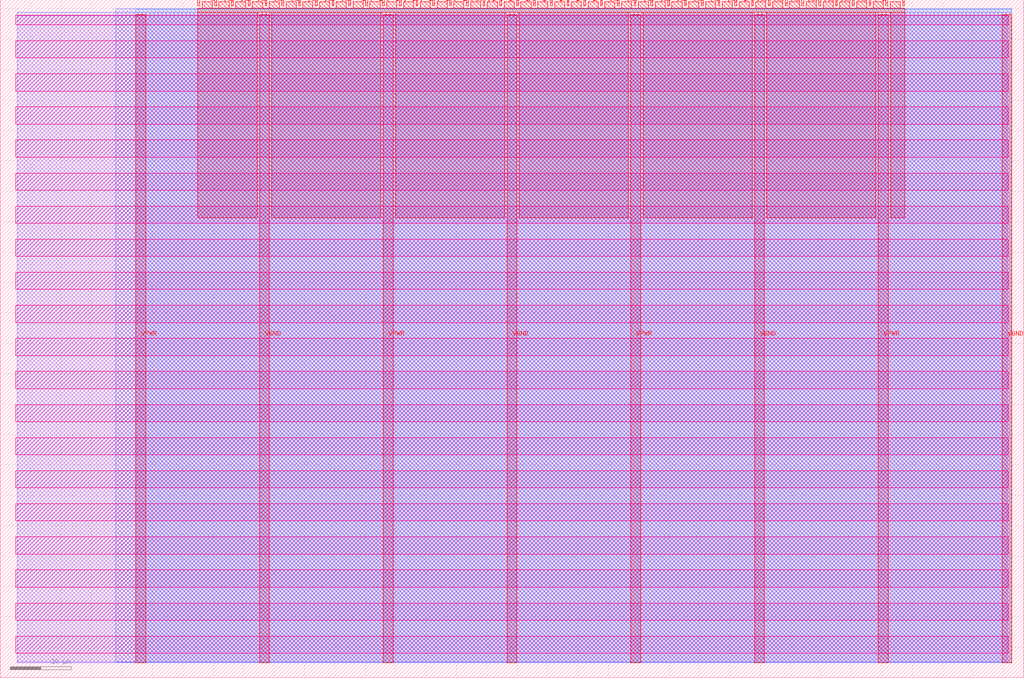
<source format=lef>
VERSION 5.7 ;
  NOWIREEXTENSIONATPIN ON ;
  DIVIDERCHAR "/" ;
  BUSBITCHARS "[]" ;
MACRO tt_um_jleugeri_ticktocktokens
  CLASS BLOCK ;
  FOREIGN tt_um_jleugeri_ticktocktokens ;
  ORIGIN 0.000 0.000 ;
  SIZE 168.360 BY 111.520 ;
  PIN VGND
    DIRECTION INOUT ;
    USE GROUND ;
    PORT
      LAYER met4 ;
        RECT 42.670 2.480 44.270 109.040 ;
    END
    PORT
      LAYER met4 ;
        RECT 83.380 2.480 84.980 109.040 ;
    END
    PORT
      LAYER met4 ;
        RECT 124.090 2.480 125.690 109.040 ;
    END
    PORT
      LAYER met4 ;
        RECT 164.800 2.480 166.400 109.040 ;
    END
  END VGND
  PIN VPWR
    DIRECTION INOUT ;
    USE POWER ;
    PORT
      LAYER met4 ;
        RECT 22.315 2.480 23.915 109.040 ;
    END
    PORT
      LAYER met4 ;
        RECT 63.025 2.480 64.625 109.040 ;
    END
    PORT
      LAYER met4 ;
        RECT 103.735 2.480 105.335 109.040 ;
    END
    PORT
      LAYER met4 ;
        RECT 144.445 2.480 146.045 109.040 ;
    END
  END VPWR
  PIN clk
    DIRECTION INPUT ;
    USE SIGNAL ;
    ANTENNAGATEAREA 0.852000 ;
    PORT
      LAYER met4 ;
        RECT 145.670 110.520 145.970 111.520 ;
    END
  END clk
  PIN ena
    DIRECTION INPUT ;
    USE SIGNAL ;
    ANTENNAGATEAREA 0.213000 ;
    PORT
      LAYER met4 ;
        RECT 148.430 110.520 148.730 111.520 ;
    END
  END ena
  PIN rst_n
    DIRECTION INPUT ;
    USE SIGNAL ;
    ANTENNAGATEAREA 0.196500 ;
    PORT
      LAYER met4 ;
        RECT 142.910 110.520 143.210 111.520 ;
    END
  END rst_n
  PIN ui_in[0]
    DIRECTION INPUT ;
    USE SIGNAL ;
    ANTENNAGATEAREA 0.126000 ;
    PORT
      LAYER met4 ;
        RECT 140.150 110.520 140.450 111.520 ;
    END
  END ui_in[0]
  PIN ui_in[1]
    DIRECTION INPUT ;
    USE SIGNAL ;
    ANTENNAGATEAREA 0.126000 ;
    PORT
      LAYER met4 ;
        RECT 137.390 110.520 137.690 111.520 ;
    END
  END ui_in[1]
  PIN ui_in[2]
    DIRECTION INPUT ;
    USE SIGNAL ;
    ANTENNAGATEAREA 0.196500 ;
    PORT
      LAYER met4 ;
        RECT 134.630 110.520 134.930 111.520 ;
    END
  END ui_in[2]
  PIN ui_in[3]
    DIRECTION INPUT ;
    USE SIGNAL ;
    ANTENNAGATEAREA 0.213000 ;
    PORT
      LAYER met4 ;
        RECT 131.870 110.520 132.170 111.520 ;
    END
  END ui_in[3]
  PIN ui_in[4]
    DIRECTION INPUT ;
    USE SIGNAL ;
    PORT
      LAYER met4 ;
        RECT 129.110 110.520 129.410 111.520 ;
    END
  END ui_in[4]
  PIN ui_in[5]
    DIRECTION INPUT ;
    USE SIGNAL ;
    PORT
      LAYER met4 ;
        RECT 126.350 110.520 126.650 111.520 ;
    END
  END ui_in[5]
  PIN ui_in[6]
    DIRECTION INPUT ;
    USE SIGNAL ;
    PORT
      LAYER met4 ;
        RECT 123.590 110.520 123.890 111.520 ;
    END
  END ui_in[6]
  PIN ui_in[7]
    DIRECTION INPUT ;
    USE SIGNAL ;
    PORT
      LAYER met4 ;
        RECT 120.830 110.520 121.130 111.520 ;
    END
  END ui_in[7]
  PIN uio_in[0]
    DIRECTION INPUT ;
    USE SIGNAL ;
    ANTENNAGATEAREA 0.196500 ;
    PORT
      LAYER met4 ;
        RECT 118.070 110.520 118.370 111.520 ;
    END
  END uio_in[0]
  PIN uio_in[1]
    DIRECTION INPUT ;
    USE SIGNAL ;
    ANTENNAGATEAREA 0.196500 ;
    PORT
      LAYER met4 ;
        RECT 115.310 110.520 115.610 111.520 ;
    END
  END uio_in[1]
  PIN uio_in[2]
    DIRECTION INPUT ;
    USE SIGNAL ;
    ANTENNAGATEAREA 0.196500 ;
    PORT
      LAYER met4 ;
        RECT 112.550 110.520 112.850 111.520 ;
    END
  END uio_in[2]
  PIN uio_in[3]
    DIRECTION INPUT ;
    USE SIGNAL ;
    ANTENNAGATEAREA 0.196500 ;
    PORT
      LAYER met4 ;
        RECT 109.790 110.520 110.090 111.520 ;
    END
  END uio_in[3]
  PIN uio_in[4]
    DIRECTION INPUT ;
    USE SIGNAL ;
    ANTENNAGATEAREA 0.196500 ;
    PORT
      LAYER met4 ;
        RECT 107.030 110.520 107.330 111.520 ;
    END
  END uio_in[4]
  PIN uio_in[5]
    DIRECTION INPUT ;
    USE SIGNAL ;
    ANTENNAGATEAREA 0.196500 ;
    PORT
      LAYER met4 ;
        RECT 104.270 110.520 104.570 111.520 ;
    END
  END uio_in[5]
  PIN uio_in[6]
    DIRECTION INPUT ;
    USE SIGNAL ;
    ANTENNAGATEAREA 0.196500 ;
    PORT
      LAYER met4 ;
        RECT 101.510 110.520 101.810 111.520 ;
    END
  END uio_in[6]
  PIN uio_in[7]
    DIRECTION INPUT ;
    USE SIGNAL ;
    ANTENNAGATEAREA 0.213000 ;
    PORT
      LAYER met4 ;
        RECT 98.750 110.520 99.050 111.520 ;
    END
  END uio_in[7]
  PIN uio_oe[0]
    DIRECTION OUTPUT TRISTATE ;
    USE SIGNAL ;
    PORT
      LAYER met4 ;
        RECT 51.830 110.520 52.130 111.520 ;
    END
  END uio_oe[0]
  PIN uio_oe[1]
    DIRECTION OUTPUT TRISTATE ;
    USE SIGNAL ;
    PORT
      LAYER met4 ;
        RECT 49.070 110.520 49.370 111.520 ;
    END
  END uio_oe[1]
  PIN uio_oe[2]
    DIRECTION OUTPUT TRISTATE ;
    USE SIGNAL ;
    PORT
      LAYER met4 ;
        RECT 46.310 110.520 46.610 111.520 ;
    END
  END uio_oe[2]
  PIN uio_oe[3]
    DIRECTION OUTPUT TRISTATE ;
    USE SIGNAL ;
    PORT
      LAYER met4 ;
        RECT 43.550 110.520 43.850 111.520 ;
    END
  END uio_oe[3]
  PIN uio_oe[4]
    DIRECTION OUTPUT TRISTATE ;
    USE SIGNAL ;
    PORT
      LAYER met4 ;
        RECT 40.790 110.520 41.090 111.520 ;
    END
  END uio_oe[4]
  PIN uio_oe[5]
    DIRECTION OUTPUT TRISTATE ;
    USE SIGNAL ;
    PORT
      LAYER met4 ;
        RECT 38.030 110.520 38.330 111.520 ;
    END
  END uio_oe[5]
  PIN uio_oe[6]
    DIRECTION OUTPUT TRISTATE ;
    USE SIGNAL ;
    PORT
      LAYER met4 ;
        RECT 35.270 110.520 35.570 111.520 ;
    END
  END uio_oe[6]
  PIN uio_oe[7]
    DIRECTION OUTPUT TRISTATE ;
    USE SIGNAL ;
    PORT
      LAYER met4 ;
        RECT 32.510 110.520 32.810 111.520 ;
    END
  END uio_oe[7]
  PIN uio_out[0]
    DIRECTION OUTPUT TRISTATE ;
    USE SIGNAL ;
    PORT
      LAYER met4 ;
        RECT 73.910 110.520 74.210 111.520 ;
    END
  END uio_out[0]
  PIN uio_out[1]
    DIRECTION OUTPUT TRISTATE ;
    USE SIGNAL ;
    PORT
      LAYER met4 ;
        RECT 71.150 110.520 71.450 111.520 ;
    END
  END uio_out[1]
  PIN uio_out[2]
    DIRECTION OUTPUT TRISTATE ;
    USE SIGNAL ;
    PORT
      LAYER met4 ;
        RECT 68.390 110.520 68.690 111.520 ;
    END
  END uio_out[2]
  PIN uio_out[3]
    DIRECTION OUTPUT TRISTATE ;
    USE SIGNAL ;
    PORT
      LAYER met4 ;
        RECT 65.630 110.520 65.930 111.520 ;
    END
  END uio_out[3]
  PIN uio_out[4]
    DIRECTION OUTPUT TRISTATE ;
    USE SIGNAL ;
    PORT
      LAYER met4 ;
        RECT 62.870 110.520 63.170 111.520 ;
    END
  END uio_out[4]
  PIN uio_out[5]
    DIRECTION OUTPUT TRISTATE ;
    USE SIGNAL ;
    PORT
      LAYER met4 ;
        RECT 60.110 110.520 60.410 111.520 ;
    END
  END uio_out[5]
  PIN uio_out[6]
    DIRECTION OUTPUT TRISTATE ;
    USE SIGNAL ;
    PORT
      LAYER met4 ;
        RECT 57.350 110.520 57.650 111.520 ;
    END
  END uio_out[6]
  PIN uio_out[7]
    DIRECTION OUTPUT TRISTATE ;
    USE SIGNAL ;
    PORT
      LAYER met4 ;
        RECT 54.590 110.520 54.890 111.520 ;
    END
  END uio_out[7]
  PIN uo_out[0]
    DIRECTION OUTPUT TRISTATE ;
    USE SIGNAL ;
    ANTENNADIFFAREA 0.795200 ;
    PORT
      LAYER met4 ;
        RECT 95.990 110.520 96.290 111.520 ;
    END
  END uo_out[0]
  PIN uo_out[1]
    DIRECTION OUTPUT TRISTATE ;
    USE SIGNAL ;
    ANTENNADIFFAREA 0.795200 ;
    PORT
      LAYER met4 ;
        RECT 93.230 110.520 93.530 111.520 ;
    END
  END uo_out[1]
  PIN uo_out[2]
    DIRECTION OUTPUT TRISTATE ;
    USE SIGNAL ;
    ANTENNADIFFAREA 0.445500 ;
    PORT
      LAYER met4 ;
        RECT 90.470 110.520 90.770 111.520 ;
    END
  END uo_out[2]
  PIN uo_out[3]
    DIRECTION OUTPUT TRISTATE ;
    USE SIGNAL ;
    ANTENNADIFFAREA 0.445500 ;
    PORT
      LAYER met4 ;
        RECT 87.710 110.520 88.010 111.520 ;
    END
  END uo_out[3]
  PIN uo_out[4]
    DIRECTION OUTPUT TRISTATE ;
    USE SIGNAL ;
    ANTENNADIFFAREA 0.445500 ;
    PORT
      LAYER met4 ;
        RECT 84.950 110.520 85.250 111.520 ;
    END
  END uo_out[4]
  PIN uo_out[5]
    DIRECTION OUTPUT TRISTATE ;
    USE SIGNAL ;
    ANTENNADIFFAREA 0.795200 ;
    PORT
      LAYER met4 ;
        RECT 82.190 110.520 82.490 111.520 ;
    END
  END uo_out[5]
  PIN uo_out[6]
    DIRECTION OUTPUT TRISTATE ;
    USE SIGNAL ;
    ANTENNADIFFAREA 0.795200 ;
    PORT
      LAYER met4 ;
        RECT 79.430 110.520 79.730 111.520 ;
    END
  END uo_out[6]
  PIN uo_out[7]
    DIRECTION OUTPUT TRISTATE ;
    USE SIGNAL ;
    ANTENNADIFFAREA 0.795200 ;
    PORT
      LAYER met4 ;
        RECT 76.670 110.520 76.970 111.520 ;
    END
  END uo_out[7]
  OBS
      LAYER nwell ;
        RECT 2.570 107.385 165.790 108.990 ;
        RECT 2.570 101.945 165.790 104.775 ;
        RECT 2.570 96.505 165.790 99.335 ;
        RECT 2.570 91.065 165.790 93.895 ;
        RECT 2.570 85.625 165.790 88.455 ;
        RECT 2.570 80.185 165.790 83.015 ;
        RECT 2.570 74.745 165.790 77.575 ;
        RECT 2.570 69.305 165.790 72.135 ;
        RECT 2.570 63.865 165.790 66.695 ;
        RECT 2.570 58.425 165.790 61.255 ;
        RECT 2.570 52.985 165.790 55.815 ;
        RECT 2.570 47.545 165.790 50.375 ;
        RECT 2.570 42.105 165.790 44.935 ;
        RECT 2.570 36.665 165.790 39.495 ;
        RECT 2.570 31.225 165.790 34.055 ;
        RECT 2.570 25.785 165.790 28.615 ;
        RECT 2.570 20.345 165.790 23.175 ;
        RECT 2.570 14.905 165.790 17.735 ;
        RECT 2.570 9.465 165.790 12.295 ;
        RECT 2.570 4.025 165.790 6.855 ;
      LAYER li1 ;
        RECT 2.760 2.635 165.600 108.885 ;
      LAYER met1 ;
        RECT 2.760 2.480 166.400 109.440 ;
      LAYER met2 ;
        RECT 18.960 2.535 166.370 110.005 ;
      LAYER met3 ;
        RECT 22.325 2.555 166.390 109.985 ;
      LAYER met4 ;
        RECT 33.210 110.120 34.870 111.170 ;
        RECT 35.970 110.120 37.630 111.170 ;
        RECT 38.730 110.120 40.390 111.170 ;
        RECT 41.490 110.120 43.150 111.170 ;
        RECT 44.250 110.120 45.910 111.170 ;
        RECT 47.010 110.120 48.670 111.170 ;
        RECT 49.770 110.120 51.430 111.170 ;
        RECT 52.530 110.120 54.190 111.170 ;
        RECT 55.290 110.120 56.950 111.170 ;
        RECT 58.050 110.120 59.710 111.170 ;
        RECT 60.810 110.120 62.470 111.170 ;
        RECT 63.570 110.120 65.230 111.170 ;
        RECT 66.330 110.120 67.990 111.170 ;
        RECT 69.090 110.120 70.750 111.170 ;
        RECT 71.850 110.120 73.510 111.170 ;
        RECT 74.610 110.120 76.270 111.170 ;
        RECT 77.370 110.120 79.030 111.170 ;
        RECT 80.130 110.120 81.790 111.170 ;
        RECT 82.890 110.120 84.550 111.170 ;
        RECT 85.650 110.120 87.310 111.170 ;
        RECT 88.410 110.120 90.070 111.170 ;
        RECT 91.170 110.120 92.830 111.170 ;
        RECT 93.930 110.120 95.590 111.170 ;
        RECT 96.690 110.120 98.350 111.170 ;
        RECT 99.450 110.120 101.110 111.170 ;
        RECT 102.210 110.120 103.870 111.170 ;
        RECT 104.970 110.120 106.630 111.170 ;
        RECT 107.730 110.120 109.390 111.170 ;
        RECT 110.490 110.120 112.150 111.170 ;
        RECT 113.250 110.120 114.910 111.170 ;
        RECT 116.010 110.120 117.670 111.170 ;
        RECT 118.770 110.120 120.430 111.170 ;
        RECT 121.530 110.120 123.190 111.170 ;
        RECT 124.290 110.120 125.950 111.170 ;
        RECT 127.050 110.120 128.710 111.170 ;
        RECT 129.810 110.120 131.470 111.170 ;
        RECT 132.570 110.120 134.230 111.170 ;
        RECT 135.330 110.120 136.990 111.170 ;
        RECT 138.090 110.120 139.750 111.170 ;
        RECT 140.850 110.120 142.510 111.170 ;
        RECT 143.610 110.120 145.270 111.170 ;
        RECT 146.370 110.120 148.030 111.170 ;
        RECT 32.495 109.440 148.745 110.120 ;
        RECT 32.495 75.655 42.270 109.440 ;
        RECT 44.670 75.655 62.625 109.440 ;
        RECT 65.025 75.655 82.980 109.440 ;
        RECT 85.380 75.655 103.335 109.440 ;
        RECT 105.735 75.655 123.690 109.440 ;
        RECT 126.090 75.655 144.045 109.440 ;
        RECT 146.445 75.655 148.745 109.440 ;
  END
END tt_um_jleugeri_ticktocktokens
END LIBRARY


</source>
